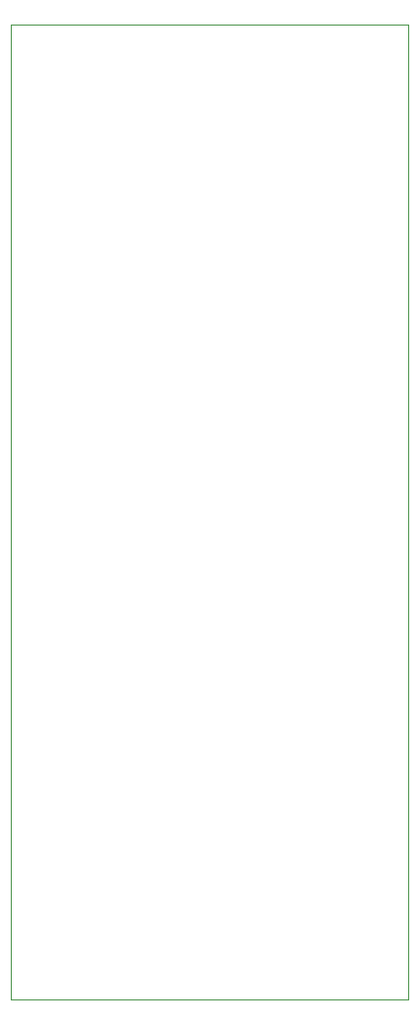
<source format=gbo>
G04 (created by PCBNEW (22-Jun-2014 BZR 4027)-stable) date Cts 25 Nis 2020 13:20:02 +03*
%MOIN*%
G04 Gerber Fmt 3.4, Leading zero omitted, Abs format*
%FSLAX34Y34*%
G01*
G70*
G90*
G04 APERTURE LIST*
%ADD10C,0.00590551*%
%ADD11C,0.00393701*%
G04 APERTURE END LIST*
G54D10*
G54D11*
X8700Y-6600D02*
X8750Y-6600D01*
X8700Y-39650D02*
X8700Y-6600D01*
X22200Y-39650D02*
X8700Y-39650D01*
X22200Y-6600D02*
X22200Y-39650D01*
X8750Y-6600D02*
X22200Y-6600D01*
M02*

</source>
